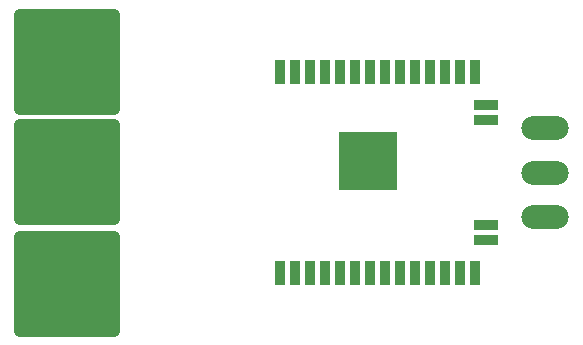
<source format=gbr>
%TF.GenerationSoftware,KiCad,Pcbnew,(6.0.0)*%
%TF.CreationDate,2022-03-26T23:52:22+13:00*%
%TF.ProjectId,Kea Nano PCB V1,4b656120-4e61-46e6-9f20-504342205631,rev?*%
%TF.SameCoordinates,Original*%
%TF.FileFunction,Paste,Bot*%
%TF.FilePolarity,Positive*%
%FSLAX46Y46*%
G04 Gerber Fmt 4.6, Leading zero omitted, Abs format (unit mm)*
G04 Created by KiCad (PCBNEW (6.0.0)) date 2022-03-26 23:52:22*
%MOMM*%
%LPD*%
G01*
G04 APERTURE LIST*
G04 Aperture macros list*
%AMRoundRect*
0 Rectangle with rounded corners*
0 $1 Rounding radius*
0 $2 $3 $4 $5 $6 $7 $8 $9 X,Y pos of 4 corners*
0 Add a 4 corners polygon primitive as box body*
4,1,4,$2,$3,$4,$5,$6,$7,$8,$9,$2,$3,0*
0 Add four circle primitives for the rounded corners*
1,1,$1+$1,$2,$3*
1,1,$1+$1,$4,$5*
1,1,$1+$1,$6,$7*
1,1,$1+$1,$8,$9*
0 Add four rect primitives between the rounded corners*
20,1,$1+$1,$2,$3,$4,$5,0*
20,1,$1+$1,$4,$5,$6,$7,0*
20,1,$1+$1,$6,$7,$8,$9,0*
20,1,$1+$1,$8,$9,$2,$3,0*%
G04 Aperture macros list end*
%ADD10RoundRect,1.000000X-1.000000X0.000000X-1.000000X0.000000X1.000000X0.000000X1.000000X0.000000X0*%
%ADD11R,0.900000X2.000000*%
%ADD12R,2.000000X0.900000*%
%ADD13R,5.000000X5.000000*%
%ADD14RoundRect,0.500000X4.000000X4.000000X-4.000000X4.000000X-4.000000X-4.000000X4.000000X-4.000000X0*%
G04 APERTURE END LIST*
D10*
%TO.C,5V2*%
X204500000Y-111250000D03*
%TD*%
D11*
%TO.C,U2*%
X181995000Y-106500000D03*
X183265000Y-106500000D03*
X184535000Y-106500000D03*
X185805000Y-106500000D03*
X187075000Y-106500000D03*
X188345000Y-106500000D03*
X189615000Y-106500000D03*
X190885000Y-106500000D03*
X192155000Y-106500000D03*
X193425000Y-106500000D03*
X194695000Y-106500000D03*
X195965000Y-106500000D03*
X197235000Y-106500000D03*
X198505000Y-106500000D03*
D12*
X199505000Y-109285000D03*
X199505000Y-110555000D03*
X199505000Y-119445000D03*
X199505000Y-120715000D03*
D11*
X198505000Y-123500000D03*
X197235000Y-123500000D03*
X195965000Y-123500000D03*
X194695000Y-123500000D03*
X193425000Y-123500000D03*
X192155000Y-123500000D03*
X190885000Y-123500000D03*
X189615000Y-123500000D03*
X188345000Y-123500000D03*
X187075000Y-123500000D03*
X185805000Y-123500000D03*
X184535000Y-123500000D03*
X183265000Y-123500000D03*
X181995000Y-123500000D03*
D13*
X189495000Y-114000000D03*
%TD*%
D14*
%TO.C,IO4*%
X164000000Y-105600000D03*
%TD*%
%TO.C,IO33*%
X164000000Y-124400000D03*
%TD*%
%TO.C,IO27*%
X164000000Y-114990000D03*
%TD*%
D10*
%TO.C,GND3*%
X204500000Y-118750000D03*
%TD*%
%TO.C,IO2*%
X204500000Y-115000000D03*
%TD*%
M02*

</source>
